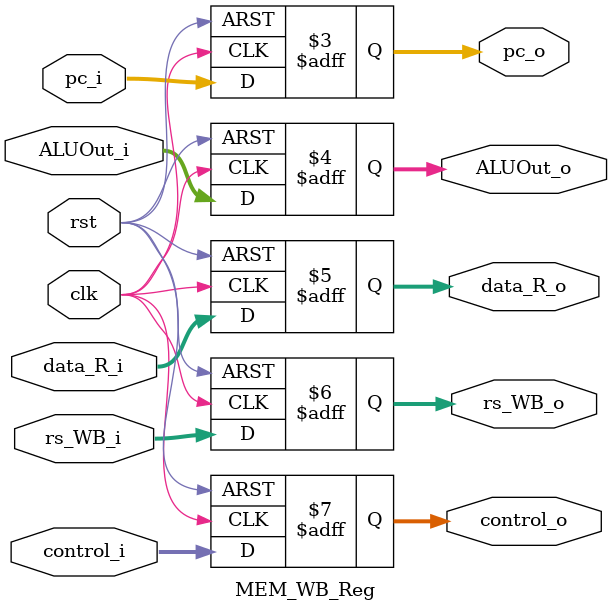
<source format=v>
module MEM_WB_Reg(
    input wire clk,
    input wire rst,
    input wire [31:0] pc_i,
    input wire [31:0] ALUOut_i,
    input wire [31:0] data_R_i,
    input wire [4:0] rs_WB_i,
    input wire [2:0] control_i,  
    /*
    WB           / M        
    regW/memToReg/ memR/memW
    */
    output reg  [31:0] pc_o,
    output reg  [31:0] ALUOut_o,
    output reg  [31:0] data_R_o,
    output reg  [4:0] rs_WB_o,
    output reg  [2:0] control_o
);

always @(posedge clk, negedge rst) begin
        if (~rst) begin
            pc_o <= 32'b0;
            ALUOut_o <= 32'b0;
            data_R_o <= 32'b0;
            rs_WB_o <= 5'b0;
            control_o <= 3'b0;
        end else begin
            pc_o <= pc_i;
            ALUOut_o <= ALUOut_i;
            data_R_o <= data_R_i;
            rs_WB_o <= rs_WB_i;
            control_o <= control_i;
        end
end

endmodule

</source>
